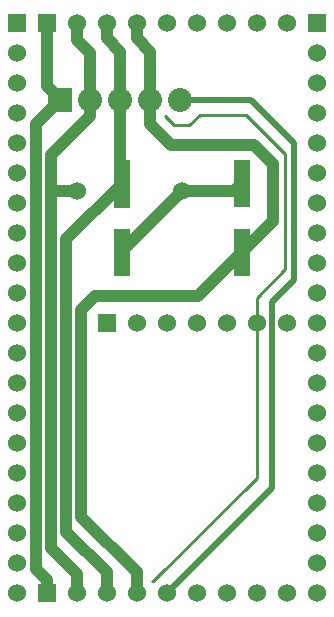
<source format=gbr>
G04 start of page 2 for group 0 idx 0 *
G04 Title: (unknown), top *
G04 Creator: pcb 20140316 *
G04 CreationDate: Wed 25 Mar 2015 11:47:38 AM GMT UTC *
G04 For: fosse *
G04 Format: Gerber/RS-274X *
G04 PCB-Dimensions (mil): 1600.00 3000.00 *
G04 PCB-Coordinate-Origin: lower left *
%MOIN*%
%FSLAX25Y25*%
%LNTOP*%
%ADD19C,0.0380*%
%ADD18C,0.0350*%
%ADD17R,0.0515X0.0515*%
%ADD16C,0.0800*%
%ADD15C,0.0600*%
%ADD14C,0.0001*%
%ADD13C,0.0100*%
%ADD12C,0.0400*%
%ADD11C,0.0200*%
G54D11*X132500Y194500D02*X125000Y187000D01*
Y125000D01*
G54D12*X100334Y189000D02*X115000Y203666D01*
G54D13*X120000Y128500D02*Y188500D01*
X129500Y198000D01*
G54D12*X61500Y115500D02*Y184500D01*
G54D11*X125000Y125000D02*X90000Y90000D01*
G54D13*X85500Y94000D02*X120000Y128500D01*
G54D12*X50000Y90000D02*Y94500D01*
X46500Y98000D01*
X51500Y105000D02*Y236000D01*
X56500Y110500D02*Y208000D01*
X60000Y90000D02*Y96500D01*
X51500Y105000D01*
X70000Y90000D02*Y97000D01*
X56500Y110500D01*
X80000Y90000D02*Y97000D01*
X61500Y115500D01*
G54D13*X85000Y94000D02*X85500D01*
G54D12*X75000Y226417D02*X74917D01*
X56500Y208000D01*
X51500Y224000D02*X60000D01*
X115000Y203666D02*X115166D01*
X125500Y214000D01*
X95000Y224000D02*X112500D01*
X54500Y254500D02*X46500Y246500D01*
X64500Y249000D02*X51500Y236000D01*
X64500Y249000D02*Y270000D01*
X60000Y274500D01*
Y280000D01*
X50000D02*Y259000D01*
X54500Y254500D01*
X80000Y275000D02*Y280000D01*
X74500Y254500D02*Y270500D01*
X70000Y275000D01*
Y280000D01*
X84500Y246500D02*Y270500D01*
X80000Y275000D01*
X74500Y255000D02*Y226917D01*
X46500Y98000D02*Y246500D01*
X61500Y184500D02*X66000Y189000D01*
X75000Y203583D02*Y204000D01*
X66000Y189000D02*X100334D01*
G54D13*X97500Y246000D02*X92500D01*
G54D12*X112500Y224000D02*X115000Y226500D01*
X125500Y214000D02*Y233000D01*
X75000Y204000D02*X95000Y224000D01*
X74500Y226917D02*X75000Y226417D01*
X91500Y239500D02*X84500Y246500D01*
G54D11*X132500Y194500D02*Y240000D01*
G54D13*X129500Y198000D02*Y236500D01*
G54D12*X125500Y233000D02*X119000Y239500D01*
G54D11*X132500Y240000D02*X118000Y254500D01*
G54D13*X129500Y236500D02*X116500Y249500D01*
G54D12*X119000Y239500D02*X91500D01*
G54D11*X118000Y254500D02*X94500D01*
G54D13*X116500Y249500D02*X101000D01*
X97500Y246000D01*
X92500D02*X89500Y249000D01*
G54D14*G36*
X137000Y283000D02*Y277000D01*
X143000D01*
Y283000D01*
X137000D01*
G37*
G54D15*X140000Y270000D03*
Y260000D03*
Y250000D03*
Y240000D03*
Y230000D03*
Y220000D03*
Y210000D03*
G54D14*G36*
X37000Y283000D02*Y277000D01*
X43000D01*
Y283000D01*
X37000D01*
G37*
G36*
X47000D02*Y277000D01*
X53000D01*
Y283000D01*
X47000D01*
G37*
G54D15*X60000Y280000D03*
X40000Y270000D03*
Y260000D03*
Y250000D03*
Y240000D03*
G54D14*G36*
X50500Y258500D02*Y250500D01*
X58500D01*
Y258500D01*
X50500D01*
G37*
G54D15*X70000Y280000D03*
X80000D03*
X90000D03*
X100000D03*
X110000D03*
X120000D03*
X130000D03*
G54D16*X64500Y254500D03*
X74500D03*
X84500D03*
X94500D03*
G54D15*X80000Y90000D03*
X90000D03*
X100000D03*
X110000D03*
G54D14*G36*
X47000Y93000D02*Y87000D01*
X53000D01*
Y93000D01*
X47000D01*
G37*
G54D15*X60000Y90000D03*
X70000D03*
X120000D03*
X130000D03*
X140000D03*
X40000D03*
X140000Y200000D03*
Y190000D03*
X130000Y180000D03*
X140000D03*
Y170000D03*
Y160000D03*
Y150000D03*
Y140000D03*
Y130000D03*
Y120000D03*
Y110000D03*
Y100000D03*
X40000Y230000D03*
Y220000D03*
Y210000D03*
Y200000D03*
Y190000D03*
Y180000D03*
Y170000D03*
Y160000D03*
Y150000D03*
Y140000D03*
Y130000D03*
Y120000D03*
Y110000D03*
Y100000D03*
G54D14*G36*
X67000Y183000D02*Y177000D01*
X73000D01*
Y183000D01*
X67000D01*
G37*
G54D15*X80000Y180000D03*
X90000D03*
X100000D03*
X110000D03*
X120000D03*
G54D17*X75000Y231732D02*Y221102D01*
Y208898D02*Y198268D01*
X115000Y231815D02*Y221185D01*
Y208981D02*Y198351D01*
G54D15*X60000Y224000D03*
X95000D03*
G54D18*G54D19*G54D12*G54D19*G54D12*G54D19*M02*

</source>
